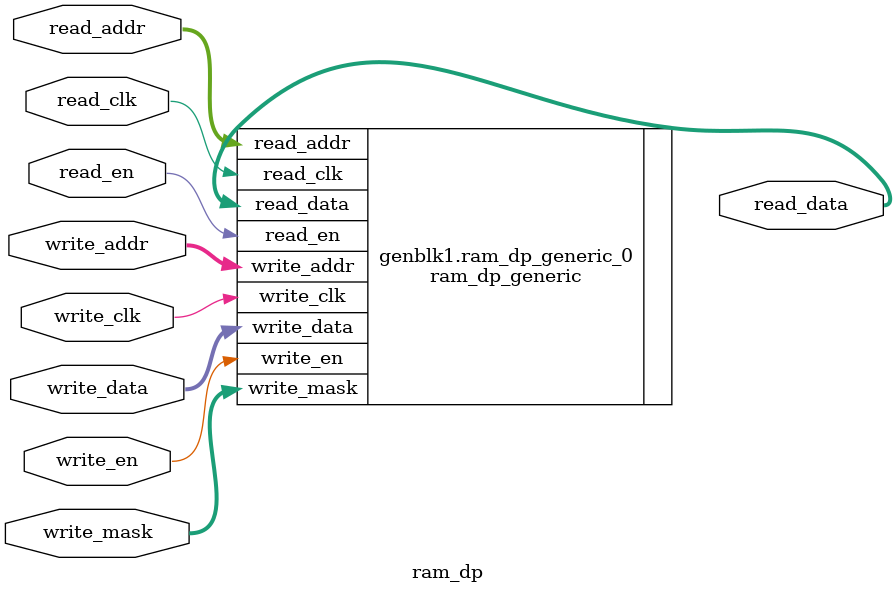
<source format=v>
`timescale 1ns/10ps
/*
ram_dp.v
2019-04-05 Samuel B Powell
samuel.powell@uq.edu.au

Dual-port RAM with asynchronous clocks. Read and write ports are the same width.
Bit-level write-masking is optional, but is perhaps not synthesizable as coded here.

Generic and vendor-specific implementations:
"ICE40" -- use Lattice SB_RAM256x16 as the basis for the RAM. InitFile not supported.
anything else -- use generic verilog


ram_dp #(
    .DataWidth(8),    // word size, in bits
    .DataDepth(1024), // RAM size, in words
    .AddrWidth(10),   // enough bits for DataDepth
    .MaskEnable(0),   // enable write_mask if non-zero
    .InitFile(""),    // initialize using $readmemh if InitCount > 0
    .InitValue(0),    // initialize to value if InitFile == "" and InitCount > 0
    .InitCount(0),    // number of words to init using InitFile or InitValue
    .VendorImpl("")   // Vendor-specific RAM primitives
) ram_dp_0 (
    .write_clk(),  // in: write domain clock
    .write_en(),   // in: write enable
    .write_addr(), // in [AddrWidth]: write address
    .write_data(), // in [DataWidth]: written on posedge write_clk when write_en == 1
    .write_mask(), // in [DataWidth]: only low bits are written
    .read_clk(),   // in: read domain clock
    .read_en(),    // in: read enable
    .read_addr(),  // in [AddrWidth]: read address
    .read_data()   // out [DataWidth]: registered on posedge read_clk when read_en == 1
);
*/
module ram_dp #(
    parameter DataWidth = 8,
    parameter DataDepth = 1024,
    parameter AddrWidth = 10,
    parameter MaskEnable = 0,
    parameter InitFile = "",
    parameter InitValue = 0,
    parameter InitCount = 0,
    parameter VendorImpl = ""
) (
    //write
    input wire write_clk,
    input wire write_en,
    input wire [AddrWidth-1:0] write_addr,
    input wire [DataWidth-1:0] write_data,
    input wire [DataWidth-1:0] write_mask,

    input wire read_clk,
    input wire read_en,
    input wire [AddrWidth-1:0] read_addr,
    output reg [DataWidth-1:0] read_data
);

generate
case(VendorImpl)
"ICE40": //Lattice SB_RAM256x16
    ram_dp_ice40 #(
        .DataWidth(DataWidth),
        .DataDepth(DataDepth),
        .AddrWidth(AddrWidth),
        .MaskEnable(MaskEnable)
    ) ram_dp_ice40_0 (
        .write_clk(write_clk), // in 
        .write_en(write_en), // in 
        .write_addr(write_addr), // in [AddrWidth-1:0] 
        .write_data(write_data), // in [DataWidth-1:0] 
        .write_mask(write_mask), // in [DataWidth-1:0] 

        .read_clk(read_clk), // in 
        .read_en(read_en), // in 
        .read_addr(read_addr), // in [AddrWidth-1:0] 
        .read_data(read_data) // out [DataWidth-1:0] 
    );

default: //generic verilog memory

    ram_dp_generic #(
        .DataWidth(DataWidth),    // word size, in bits
        .DataDepth(DataDepth), // RAM size, in words
        .AddrWidth(AddrWidth),   // enough bits for DataDepth
        .MaskEnable(MaskEnable),   // enable write_mask if non-zero
        .InitFile(InitFile),    // initialize using $readmemh if InitCount > 0
        .InitValue(InitValue),    // initialize to value if InitFile == "" and InitCount > 0
        .InitCount(InitCount)    // number of words to init using InitFile or InitValue
    ) ram_dp_generic_0 (
        .write_clk(write_clk),  // in: write domain clock
        .write_en(write_en),   // in: write enable
        .write_addr(write_addr), // in [AddrWidth]: write address
        .write_data(write_data), // in [DataWidth]: written on posedge write_clk when write_en == 1
        .write_mask(write_mask), // in [DataWidth]: only low bits are written
        .read_clk(read_clk),   // in: read domain clock
        .read_en(read_en),    // in: read enable
        .read_addr(read_addr),  // in [AddrWidth]: read address
        .read_data(read_data)   // out [DataWidth]: registered on posedge read_clk when read_en == 1
    );

endcase
endgenerate
endmodule
</source>
